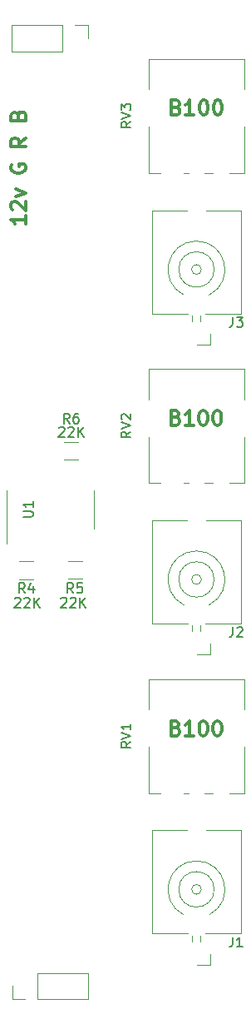
<source format=gbr>
%TF.GenerationSoftware,KiCad,Pcbnew,(6.0.0)*%
%TF.CreationDate,2022-02-24T10:47:42+08:00*%
%TF.ProjectId,LedController 2HP sandwich,4c656443-6f6e-4747-926f-6c6c65722032,rev?*%
%TF.SameCoordinates,Original*%
%TF.FileFunction,Legend,Top*%
%TF.FilePolarity,Positive*%
%FSLAX46Y46*%
G04 Gerber Fmt 4.6, Leading zero omitted, Abs format (unit mm)*
G04 Created by KiCad (PCBNEW (6.0.0)) date 2022-02-24 10:47:42*
%MOMM*%
%LPD*%
G01*
G04 APERTURE LIST*
%ADD10C,0.300000*%
%ADD11C,0.150000*%
%ADD12C,0.120000*%
G04 APERTURE END LIST*
D10*
X17864285Y-8782857D02*
X18078571Y-8854285D01*
X18150000Y-8925714D01*
X18221428Y-9068571D01*
X18221428Y-9282857D01*
X18150000Y-9425714D01*
X18078571Y-9497142D01*
X17935714Y-9568571D01*
X17364285Y-9568571D01*
X17364285Y-8068571D01*
X17864285Y-8068571D01*
X18007142Y-8140000D01*
X18078571Y-8211428D01*
X18150000Y-8354285D01*
X18150000Y-8497142D01*
X18078571Y-8640000D01*
X18007142Y-8711428D01*
X17864285Y-8782857D01*
X17364285Y-8782857D01*
X19650000Y-9568571D02*
X18792857Y-9568571D01*
X19221428Y-9568571D02*
X19221428Y-8068571D01*
X19078571Y-8282857D01*
X18935714Y-8425714D01*
X18792857Y-8497142D01*
X20578571Y-8068571D02*
X20721428Y-8068571D01*
X20864285Y-8140000D01*
X20935714Y-8211428D01*
X21007142Y-8354285D01*
X21078571Y-8640000D01*
X21078571Y-8997142D01*
X21007142Y-9282857D01*
X20935714Y-9425714D01*
X20864285Y-9497142D01*
X20721428Y-9568571D01*
X20578571Y-9568571D01*
X20435714Y-9497142D01*
X20364285Y-9425714D01*
X20292857Y-9282857D01*
X20221428Y-8997142D01*
X20221428Y-8640000D01*
X20292857Y-8354285D01*
X20364285Y-8211428D01*
X20435714Y-8140000D01*
X20578571Y-8068571D01*
X22007142Y-8068571D02*
X22150000Y-8068571D01*
X22292857Y-8140000D01*
X22364285Y-8211428D01*
X22435714Y-8354285D01*
X22507142Y-8640000D01*
X22507142Y-8997142D01*
X22435714Y-9282857D01*
X22364285Y-9425714D01*
X22292857Y-9497142D01*
X22150000Y-9568571D01*
X22007142Y-9568571D01*
X21864285Y-9497142D01*
X21792857Y-9425714D01*
X21721428Y-9282857D01*
X21650000Y-8997142D01*
X21650000Y-8640000D01*
X21721428Y-8354285D01*
X21792857Y-8211428D01*
X21864285Y-8140000D01*
X22007142Y-8068571D01*
X2518571Y-19761428D02*
X2518571Y-20618571D01*
X2518571Y-20190000D02*
X1018571Y-20190000D01*
X1232857Y-20332857D01*
X1375714Y-20475714D01*
X1447142Y-20618571D01*
X1161428Y-19190000D02*
X1089999Y-19118571D01*
X1018571Y-18975714D01*
X1018571Y-18618571D01*
X1089999Y-18475714D01*
X1161428Y-18404285D01*
X1304285Y-18332857D01*
X1447142Y-18332857D01*
X1661428Y-18404285D01*
X2518571Y-19261428D01*
X2518571Y-18332857D01*
X1518571Y-17832857D02*
X2518571Y-17475714D01*
X1518571Y-17118571D01*
X1090000Y-14618571D02*
X1018571Y-14761428D01*
X1018571Y-14975714D01*
X1090000Y-15190000D01*
X1232857Y-15332857D01*
X1375714Y-15404285D01*
X1661428Y-15475714D01*
X1875714Y-15475714D01*
X2161428Y-15404285D01*
X2304285Y-15332857D01*
X2447142Y-15190000D01*
X2518571Y-14975714D01*
X2518571Y-14832857D01*
X2447142Y-14618571D01*
X2375714Y-14547142D01*
X1875714Y-14547142D01*
X1875714Y-14832857D01*
X2518571Y-11904285D02*
X1804285Y-12404285D01*
X2518571Y-12761428D02*
X1018571Y-12761428D01*
X1018571Y-12190000D01*
X1090000Y-12047142D01*
X1161428Y-11975714D01*
X1304285Y-11904285D01*
X1518571Y-11904285D01*
X1661428Y-11975714D01*
X1732857Y-12047142D01*
X1804285Y-12190000D01*
X1804285Y-12761428D01*
X1732857Y-9618571D02*
X1804285Y-9404285D01*
X1875714Y-9332857D01*
X2018571Y-9261428D01*
X2232857Y-9261428D01*
X2375714Y-9332857D01*
X2447142Y-9404285D01*
X2518571Y-9547142D01*
X2518571Y-10118571D01*
X1018571Y-10118571D01*
X1018571Y-9618571D01*
X1090000Y-9475714D01*
X1161428Y-9404285D01*
X1304285Y-9332857D01*
X1447142Y-9332857D01*
X1590000Y-9404285D01*
X1661428Y-9475714D01*
X1732857Y-9618571D01*
X1732857Y-10118571D01*
X17824285Y-71892857D02*
X18038571Y-71964285D01*
X18110000Y-72035714D01*
X18181428Y-72178571D01*
X18181428Y-72392857D01*
X18110000Y-72535714D01*
X18038571Y-72607142D01*
X17895714Y-72678571D01*
X17324285Y-72678571D01*
X17324285Y-71178571D01*
X17824285Y-71178571D01*
X17967142Y-71250000D01*
X18038571Y-71321428D01*
X18110000Y-71464285D01*
X18110000Y-71607142D01*
X18038571Y-71750000D01*
X17967142Y-71821428D01*
X17824285Y-71892857D01*
X17324285Y-71892857D01*
X19610000Y-72678571D02*
X18752857Y-72678571D01*
X19181428Y-72678571D02*
X19181428Y-71178571D01*
X19038571Y-71392857D01*
X18895714Y-71535714D01*
X18752857Y-71607142D01*
X20538571Y-71178571D02*
X20681428Y-71178571D01*
X20824285Y-71250000D01*
X20895714Y-71321428D01*
X20967142Y-71464285D01*
X21038571Y-71750000D01*
X21038571Y-72107142D01*
X20967142Y-72392857D01*
X20895714Y-72535714D01*
X20824285Y-72607142D01*
X20681428Y-72678571D01*
X20538571Y-72678571D01*
X20395714Y-72607142D01*
X20324285Y-72535714D01*
X20252857Y-72392857D01*
X20181428Y-72107142D01*
X20181428Y-71750000D01*
X20252857Y-71464285D01*
X20324285Y-71321428D01*
X20395714Y-71250000D01*
X20538571Y-71178571D01*
X21967142Y-71178571D02*
X22110000Y-71178571D01*
X22252857Y-71250000D01*
X22324285Y-71321428D01*
X22395714Y-71464285D01*
X22467142Y-71750000D01*
X22467142Y-72107142D01*
X22395714Y-72392857D01*
X22324285Y-72535714D01*
X22252857Y-72607142D01*
X22110000Y-72678571D01*
X21967142Y-72678571D01*
X21824285Y-72607142D01*
X21752857Y-72535714D01*
X21681428Y-72392857D01*
X21610000Y-72107142D01*
X21610000Y-71750000D01*
X21681428Y-71464285D01*
X21752857Y-71321428D01*
X21824285Y-71250000D01*
X21967142Y-71178571D01*
X17814285Y-40312857D02*
X18028571Y-40384285D01*
X18100000Y-40455714D01*
X18171428Y-40598571D01*
X18171428Y-40812857D01*
X18100000Y-40955714D01*
X18028571Y-41027142D01*
X17885714Y-41098571D01*
X17314285Y-41098571D01*
X17314285Y-39598571D01*
X17814285Y-39598571D01*
X17957142Y-39670000D01*
X18028571Y-39741428D01*
X18100000Y-39884285D01*
X18100000Y-40027142D01*
X18028571Y-40170000D01*
X17957142Y-40241428D01*
X17814285Y-40312857D01*
X17314285Y-40312857D01*
X19600000Y-41098571D02*
X18742857Y-41098571D01*
X19171428Y-41098571D02*
X19171428Y-39598571D01*
X19028571Y-39812857D01*
X18885714Y-39955714D01*
X18742857Y-40027142D01*
X20528571Y-39598571D02*
X20671428Y-39598571D01*
X20814285Y-39670000D01*
X20885714Y-39741428D01*
X20957142Y-39884285D01*
X21028571Y-40170000D01*
X21028571Y-40527142D01*
X20957142Y-40812857D01*
X20885714Y-40955714D01*
X20814285Y-41027142D01*
X20671428Y-41098571D01*
X20528571Y-41098571D01*
X20385714Y-41027142D01*
X20314285Y-40955714D01*
X20242857Y-40812857D01*
X20171428Y-40527142D01*
X20171428Y-40170000D01*
X20242857Y-39884285D01*
X20314285Y-39741428D01*
X20385714Y-39670000D01*
X20528571Y-39598571D01*
X21957142Y-39598571D02*
X22100000Y-39598571D01*
X22242857Y-39670000D01*
X22314285Y-39741428D01*
X22385714Y-39884285D01*
X22457142Y-40170000D01*
X22457142Y-40527142D01*
X22385714Y-40812857D01*
X22314285Y-40955714D01*
X22242857Y-41027142D01*
X22100000Y-41098571D01*
X21957142Y-41098571D01*
X21814285Y-41027142D01*
X21742857Y-40955714D01*
X21671428Y-40812857D01*
X21600000Y-40527142D01*
X21600000Y-40170000D01*
X21671428Y-39884285D01*
X21742857Y-39741428D01*
X21814285Y-39670000D01*
X21957142Y-39598571D01*
D11*
%TO.C,R4*%
X2433333Y-58172380D02*
X2100000Y-57696190D01*
X1861904Y-58172380D02*
X1861904Y-57172380D01*
X2242857Y-57172380D01*
X2338095Y-57220000D01*
X2385714Y-57267619D01*
X2433333Y-57362857D01*
X2433333Y-57505714D01*
X2385714Y-57600952D01*
X2338095Y-57648571D01*
X2242857Y-57696190D01*
X1861904Y-57696190D01*
X3290476Y-57505714D02*
X3290476Y-58172380D01*
X3052380Y-57124761D02*
X2814285Y-57839047D01*
X3433333Y-57839047D01*
X1408095Y-58737619D02*
X1455714Y-58690000D01*
X1550952Y-58642380D01*
X1789047Y-58642380D01*
X1884285Y-58690000D01*
X1931904Y-58737619D01*
X1979523Y-58832857D01*
X1979523Y-58928095D01*
X1931904Y-59070952D01*
X1360476Y-59642380D01*
X1979523Y-59642380D01*
X2360476Y-58737619D02*
X2408095Y-58690000D01*
X2503333Y-58642380D01*
X2741428Y-58642380D01*
X2836666Y-58690000D01*
X2884285Y-58737619D01*
X2931904Y-58832857D01*
X2931904Y-58928095D01*
X2884285Y-59070952D01*
X2312857Y-59642380D01*
X2931904Y-59642380D01*
X3360476Y-59642380D02*
X3360476Y-58642380D01*
X3931904Y-59642380D02*
X3503333Y-59070952D01*
X3931904Y-58642380D02*
X3360476Y-59213809D01*
%TO.C,R5*%
X7353333Y-58172380D02*
X7020000Y-57696190D01*
X6781904Y-58172380D02*
X6781904Y-57172380D01*
X7162857Y-57172380D01*
X7258095Y-57220000D01*
X7305714Y-57267619D01*
X7353333Y-57362857D01*
X7353333Y-57505714D01*
X7305714Y-57600952D01*
X7258095Y-57648571D01*
X7162857Y-57696190D01*
X6781904Y-57696190D01*
X8258095Y-57172380D02*
X7781904Y-57172380D01*
X7734285Y-57648571D01*
X7781904Y-57600952D01*
X7877142Y-57553333D01*
X8115238Y-57553333D01*
X8210476Y-57600952D01*
X8258095Y-57648571D01*
X8305714Y-57743809D01*
X8305714Y-57981904D01*
X8258095Y-58077142D01*
X8210476Y-58124761D01*
X8115238Y-58172380D01*
X7877142Y-58172380D01*
X7781904Y-58124761D01*
X7734285Y-58077142D01*
X6108095Y-58737619D02*
X6155714Y-58690000D01*
X6250952Y-58642380D01*
X6489047Y-58642380D01*
X6584285Y-58690000D01*
X6631904Y-58737619D01*
X6679523Y-58832857D01*
X6679523Y-58928095D01*
X6631904Y-59070952D01*
X6060476Y-59642380D01*
X6679523Y-59642380D01*
X7060476Y-58737619D02*
X7108095Y-58690000D01*
X7203333Y-58642380D01*
X7441428Y-58642380D01*
X7536666Y-58690000D01*
X7584285Y-58737619D01*
X7631904Y-58832857D01*
X7631904Y-58928095D01*
X7584285Y-59070952D01*
X7012857Y-59642380D01*
X7631904Y-59642380D01*
X8060476Y-59642380D02*
X8060476Y-58642380D01*
X8631904Y-59642380D02*
X8203333Y-59070952D01*
X8631904Y-58642380D02*
X8060476Y-59213809D01*
%TO.C,R6*%
X6983333Y-40932380D02*
X6650000Y-40456190D01*
X6411904Y-40932380D02*
X6411904Y-39932380D01*
X6792857Y-39932380D01*
X6888095Y-39980000D01*
X6935714Y-40027619D01*
X6983333Y-40122857D01*
X6983333Y-40265714D01*
X6935714Y-40360952D01*
X6888095Y-40408571D01*
X6792857Y-40456190D01*
X6411904Y-40456190D01*
X7840476Y-39932380D02*
X7650000Y-39932380D01*
X7554761Y-39980000D01*
X7507142Y-40027619D01*
X7411904Y-40170476D01*
X7364285Y-40360952D01*
X7364285Y-40741904D01*
X7411904Y-40837142D01*
X7459523Y-40884761D01*
X7554761Y-40932380D01*
X7745238Y-40932380D01*
X7840476Y-40884761D01*
X7888095Y-40837142D01*
X7935714Y-40741904D01*
X7935714Y-40503809D01*
X7888095Y-40408571D01*
X7840476Y-40360952D01*
X7745238Y-40313333D01*
X7554761Y-40313333D01*
X7459523Y-40360952D01*
X7411904Y-40408571D01*
X7364285Y-40503809D01*
X5908095Y-41387619D02*
X5955714Y-41340000D01*
X6050952Y-41292380D01*
X6289047Y-41292380D01*
X6384285Y-41340000D01*
X6431904Y-41387619D01*
X6479523Y-41482857D01*
X6479523Y-41578095D01*
X6431904Y-41720952D01*
X5860476Y-42292380D01*
X6479523Y-42292380D01*
X6860476Y-41387619D02*
X6908095Y-41340000D01*
X7003333Y-41292380D01*
X7241428Y-41292380D01*
X7336666Y-41340000D01*
X7384285Y-41387619D01*
X7431904Y-41482857D01*
X7431904Y-41578095D01*
X7384285Y-41720952D01*
X6812857Y-42292380D01*
X7431904Y-42292380D01*
X7860476Y-42292380D02*
X7860476Y-41292380D01*
X8431904Y-42292380D02*
X8003333Y-41720952D01*
X8431904Y-41292380D02*
X7860476Y-41863809D01*
%TO.C,RV2*%
X13222380Y-41772423D02*
X12746190Y-42105756D01*
X13222380Y-42343851D02*
X12222380Y-42343851D01*
X12222380Y-41962899D01*
X12270000Y-41867661D01*
X12317619Y-41820042D01*
X12412857Y-41772423D01*
X12555714Y-41772423D01*
X12650952Y-41820042D01*
X12698571Y-41867661D01*
X12746190Y-41962899D01*
X12746190Y-42343851D01*
X12222380Y-41486708D02*
X13222380Y-41153375D01*
X12222380Y-40820042D01*
X12317619Y-40534327D02*
X12270000Y-40486708D01*
X12222380Y-40391470D01*
X12222380Y-40153375D01*
X12270000Y-40058137D01*
X12317619Y-40010518D01*
X12412857Y-39962899D01*
X12508095Y-39962899D01*
X12650952Y-40010518D01*
X13222380Y-40581946D01*
X13222380Y-39962899D01*
%TO.C,RV3*%
X13222380Y-10247701D02*
X12746190Y-10581034D01*
X13222380Y-10819129D02*
X12222380Y-10819129D01*
X12222380Y-10438177D01*
X12270000Y-10342939D01*
X12317619Y-10295320D01*
X12412857Y-10247701D01*
X12555714Y-10247701D01*
X12650952Y-10295320D01*
X12698571Y-10342939D01*
X12746190Y-10438177D01*
X12746190Y-10819129D01*
X12222380Y-9961986D02*
X13222380Y-9628653D01*
X12222380Y-9295320D01*
X12222380Y-9057224D02*
X12222380Y-8438177D01*
X12603333Y-8771510D01*
X12603333Y-8628653D01*
X12650952Y-8533415D01*
X12698571Y-8485796D01*
X12793809Y-8438177D01*
X13031904Y-8438177D01*
X13127142Y-8485796D01*
X13174761Y-8533415D01*
X13222380Y-8628653D01*
X13222380Y-8914367D01*
X13174761Y-9009605D01*
X13127142Y-9057224D01*
%TO.C,U1*%
X2244037Y-50430371D02*
X3053561Y-50430371D01*
X3148799Y-50382752D01*
X3196418Y-50335133D01*
X3244037Y-50239895D01*
X3244037Y-50049419D01*
X3196418Y-49954181D01*
X3148799Y-49906562D01*
X3053561Y-49858943D01*
X2244037Y-49858943D01*
X3244037Y-48858943D02*
X3244037Y-49430371D01*
X3244037Y-49144657D02*
X2244037Y-49144657D01*
X2386895Y-49239895D01*
X2482133Y-49335133D01*
X2529752Y-49430371D01*
%TO.C,J1*%
X23606666Y-93165430D02*
X23606666Y-93879716D01*
X23559047Y-94022573D01*
X23463809Y-94117811D01*
X23320952Y-94165430D01*
X23225714Y-94165430D01*
X24606666Y-94165430D02*
X24035238Y-94165430D01*
X24320952Y-94165430D02*
X24320952Y-93165430D01*
X24225714Y-93308288D01*
X24130476Y-93403526D01*
X24035238Y-93451145D01*
%TO.C,J2*%
X23606666Y-61646396D02*
X23606666Y-62360682D01*
X23559047Y-62503539D01*
X23463809Y-62598777D01*
X23320952Y-62646396D01*
X23225714Y-62646396D01*
X24035238Y-61741635D02*
X24082857Y-61694016D01*
X24178095Y-61646396D01*
X24416190Y-61646396D01*
X24511428Y-61694016D01*
X24559047Y-61741635D01*
X24606666Y-61836873D01*
X24606666Y-61932111D01*
X24559047Y-62074968D01*
X23987619Y-62646396D01*
X24606666Y-62646396D01*
%TO.C,J3*%
X23606666Y-30127363D02*
X23606666Y-30841649D01*
X23559047Y-30984506D01*
X23463809Y-31079744D01*
X23320952Y-31127363D01*
X23225714Y-31127363D01*
X23987619Y-30127363D02*
X24606666Y-30127363D01*
X24273333Y-30508316D01*
X24416190Y-30508316D01*
X24511428Y-30555935D01*
X24559047Y-30603554D01*
X24606666Y-30698792D01*
X24606666Y-30936887D01*
X24559047Y-31032125D01*
X24511428Y-31079744D01*
X24416190Y-31127363D01*
X24130476Y-31127363D01*
X24035238Y-31079744D01*
X23987619Y-31032125D01*
%TO.C,RV1*%
X13222380Y-73297145D02*
X12746190Y-73630478D01*
X13222380Y-73868573D02*
X12222380Y-73868573D01*
X12222380Y-73487621D01*
X12270000Y-73392383D01*
X12317619Y-73344764D01*
X12412857Y-73297145D01*
X12555714Y-73297145D01*
X12650952Y-73344764D01*
X12698571Y-73392383D01*
X12746190Y-73487621D01*
X12746190Y-73868573D01*
X12222380Y-73011430D02*
X13222380Y-72678097D01*
X12222380Y-72344764D01*
X13222380Y-71487621D02*
X13222380Y-72059049D01*
X13222380Y-71773335D02*
X12222380Y-71773335D01*
X12365238Y-71868573D01*
X12460476Y-71963811D01*
X12508095Y-72059049D01*
%TO.C,*%
D12*
%TO.C,R4*%
X3276584Y-54944097D02*
X1822456Y-54944097D01*
X3276584Y-56764097D02*
X1822456Y-56764097D01*
%TO.C,R5*%
X6812456Y-56734097D02*
X8266584Y-56734097D01*
X6812456Y-54914097D02*
X8266584Y-54914097D01*
%TO.C,R6*%
X6432936Y-42810000D02*
X7887064Y-42810000D01*
X6432936Y-44630000D02*
X7887064Y-44630000D01*
%TO.C,RV2*%
X15030000Y-47007185D02*
X15030000Y-42287185D01*
X15040000Y-38477185D02*
X15040000Y-35417185D01*
X24780000Y-38477185D02*
X24780000Y-35417185D01*
X16220000Y-47007185D02*
X15040000Y-47007185D01*
X24780000Y-47007185D02*
X24780000Y-42287185D01*
X24780000Y-47007185D02*
X23290000Y-47007185D01*
X19120000Y-47007185D02*
X18590000Y-47007185D01*
X21570000Y-47007185D02*
X20740000Y-47007185D01*
X24780000Y-35417185D02*
X15040000Y-35417185D01*
%TO.C,RV3*%
X15040000Y-6952463D02*
X15040000Y-3892463D01*
X24780000Y-6952463D02*
X24780000Y-3892463D01*
X16220000Y-15482463D02*
X15040000Y-15482463D01*
X15030000Y-15482463D02*
X15030000Y-10762463D01*
X21570000Y-15482463D02*
X20740000Y-15482463D01*
X19120000Y-15482463D02*
X18590000Y-15482463D01*
X24780000Y-15482463D02*
X24780000Y-10762463D01*
X24780000Y-15482463D02*
X23290000Y-15482463D01*
X24780000Y-3892463D02*
X15040000Y-3892463D01*
%TO.C,U1*%
X565000Y-49709097D02*
X565000Y-53159097D01*
X9435000Y-49709097D02*
X9435000Y-51659097D01*
X9435000Y-49709097D02*
X9435000Y-47759097D01*
X565000Y-49709097D02*
X565000Y-47759097D01*
%TO.C,J1*%
X21310000Y-95973050D02*
X21310000Y-94873050D01*
X20910000Y-82313050D02*
X24410000Y-82313050D01*
X24410000Y-92813050D02*
X24410000Y-82313050D01*
X15410000Y-92813050D02*
X15410000Y-82313050D01*
X19490000Y-93593050D02*
X19490000Y-92993050D01*
X20810000Y-92813050D02*
X24410000Y-92813050D01*
X20330000Y-93593050D02*
X20330000Y-92993050D01*
X15410000Y-92813050D02*
X19010000Y-92813050D01*
X15410000Y-82313050D02*
X18910000Y-82313050D01*
X21310000Y-95973050D02*
X19990000Y-95973050D01*
X19910000Y-85418049D02*
G75*
G03*
X18613737Y-90901627I0J-2895001D01*
G01*
X21206263Y-90901626D02*
G75*
G03*
X19910000Y-85418050I-1296263J2588576D01*
G01*
X21710000Y-88313050D02*
G75*
G03*
X21710000Y-88313050I-1800000J0D01*
G01*
X20410000Y-88313050D02*
G75*
G03*
X20410000Y-88313050I-500000J0D01*
G01*
%TO.C,J2*%
X15410000Y-61294016D02*
X15410000Y-50794016D01*
X21310000Y-64454016D02*
X19990000Y-64454016D01*
X21310000Y-64454016D02*
X21310000Y-63354016D01*
X15410000Y-50794016D02*
X18910000Y-50794016D01*
X19490000Y-62074016D02*
X19490000Y-61474016D01*
X20810000Y-61294016D02*
X24410000Y-61294016D01*
X24410000Y-61294016D02*
X24410000Y-50794016D01*
X20330000Y-62074016D02*
X20330000Y-61474016D01*
X15410000Y-61294016D02*
X19010000Y-61294016D01*
X20910000Y-50794016D02*
X24410000Y-50794016D01*
X21206263Y-59382592D02*
G75*
G03*
X19910000Y-53899016I-1296263J2588576D01*
G01*
X19910000Y-53899015D02*
G75*
G03*
X18613737Y-59382593I0J-2895001D01*
G01*
X21710000Y-56794016D02*
G75*
G03*
X21710000Y-56794016I-1800000J0D01*
G01*
X20410000Y-56794016D02*
G75*
G03*
X20410000Y-56794016I-500000J0D01*
G01*
%TO.C,J3*%
X20910000Y-19274983D02*
X24410000Y-19274983D01*
X15410000Y-29774983D02*
X15410000Y-19274983D01*
X21310000Y-32934983D02*
X19990000Y-32934983D01*
X15410000Y-19274983D02*
X18910000Y-19274983D01*
X24410000Y-29774983D02*
X24410000Y-19274983D01*
X19490000Y-30554983D02*
X19490000Y-29954983D01*
X20810000Y-29774983D02*
X24410000Y-29774983D01*
X20330000Y-30554983D02*
X20330000Y-29954983D01*
X15410000Y-29774983D02*
X19010000Y-29774983D01*
X21310000Y-32934983D02*
X21310000Y-31834983D01*
X19910000Y-22379982D02*
G75*
G03*
X18613737Y-27863560I0J-2895001D01*
G01*
X21206263Y-27863559D02*
G75*
G03*
X19910000Y-22379983I-1296263J2588576D01*
G01*
X20410000Y-25274983D02*
G75*
G03*
X20410000Y-25274983I-500000J0D01*
G01*
X21710000Y-25274983D02*
G75*
G03*
X21710000Y-25274983I-1800000J0D01*
G01*
%TO.C,RV1*%
X24780000Y-78531907D02*
X24780000Y-73811907D01*
X21570000Y-78531907D02*
X20740000Y-78531907D01*
X15040000Y-70001907D02*
X15040000Y-66941907D01*
X15030000Y-78531907D02*
X15030000Y-73811907D01*
X24780000Y-70001907D02*
X24780000Y-66941907D01*
X24780000Y-66941907D02*
X15040000Y-66941907D01*
X24780000Y-78531907D02*
X23290000Y-78531907D01*
X19120000Y-78531907D02*
X18590000Y-78531907D01*
X16220000Y-78531907D02*
X15040000Y-78531907D01*
%TO.C,REF\u002A\u002A*%
X7525000Y-430000D02*
X8855000Y-430000D01*
X1115000Y-430000D02*
X1115000Y-3090000D01*
X6255000Y-430000D02*
X1115000Y-430000D01*
X6255000Y-430000D02*
X6255000Y-3090000D01*
X6255000Y-3090000D02*
X1115000Y-3090000D01*
X8855000Y-430000D02*
X8855000Y-1760000D01*
X1145000Y-99470000D02*
X1145000Y-98140000D01*
X3745000Y-99470000D02*
X8885000Y-99470000D01*
X2475000Y-99470000D02*
X1145000Y-99470000D01*
X8885000Y-99470000D02*
X8885000Y-96810000D01*
X3745000Y-99470000D02*
X3745000Y-96810000D01*
X3745000Y-96810000D02*
X8885000Y-96810000D01*
%TD*%
M02*

</source>
